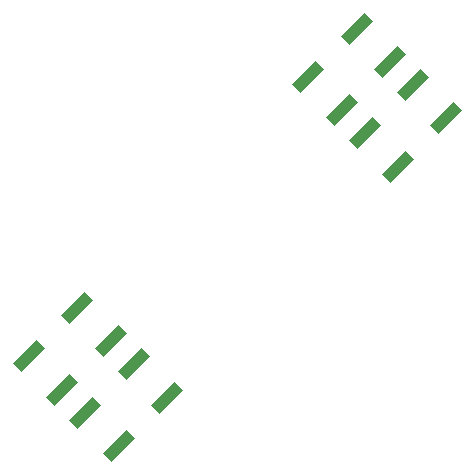
<source format=gbr>
G04 #@! TF.GenerationSoftware,KiCad,Pcbnew,9.0.2*
G04 #@! TF.CreationDate,2025-09-26T14:41:35-04:00*
G04 #@! TF.ProjectId,Trackball,54726163-6b62-4616-9c6c-2e6b69636164,rev?*
G04 #@! TF.SameCoordinates,Original*
G04 #@! TF.FileFunction,Paste,Top*
G04 #@! TF.FilePolarity,Positive*
%FSLAX46Y46*%
G04 Gerber Fmt 4.6, Leading zero omitted, Abs format (unit mm)*
G04 Created by KiCad (PCBNEW 9.0.2) date 2025-09-26 14:41:35*
%MOMM*%
%LPD*%
G01*
G04 APERTURE LIST*
G04 Aperture macros list*
%AMRotRect*
0 Rectangle, with rotation*
0 The origin of the aperture is its center*
0 $1 length*
0 $2 width*
0 $3 Rotation angle, in degrees counterclockwise*
0 Add horizontal line*
21,1,$1,$2,0,0,$3*%
G04 Aperture macros list end*
%ADD10RotRect,2.800000X1.000000X45.000000*%
%ADD11RotRect,2.800000X1.000000X225.000000*%
G04 APERTURE END LIST*
D10*
X149383591Y-79189887D03*
X153484810Y-75088668D03*
X152212018Y-82018314D03*
X156313237Y-77917095D03*
D11*
X127887544Y-96796846D03*
X123786325Y-100898065D03*
X125059117Y-93968419D03*
X120957898Y-98069638D03*
X151540266Y-73144124D03*
X147439047Y-77245343D03*
X148711839Y-70315697D03*
X144610620Y-74416916D03*
D10*
X125730869Y-102842609D03*
X129832088Y-98741390D03*
X128559296Y-105671036D03*
X132660515Y-101569817D03*
M02*

</source>
